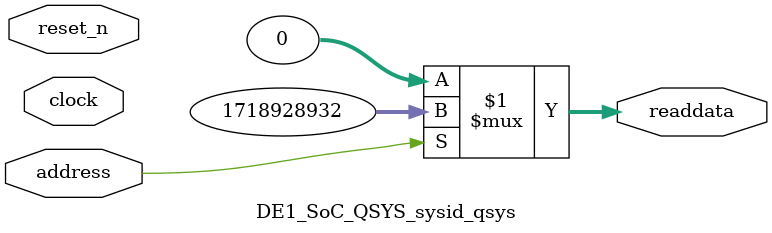
<source format=v>



// synthesis translate_off
`timescale 1ns / 1ps
// synthesis translate_on

// turn off superfluous verilog processor warnings 
// altera message_level Level1 
// altera message_off 10034 10035 10036 10037 10230 10240 10030 

module DE1_SoC_QSYS_sysid_qsys (
               // inputs:
                address,
                clock,
                reset_n,

               // outputs:
                readdata
             )
;

  output  [ 31: 0] readdata;
  input            address;
  input            clock;
  input            reset_n;

  wire    [ 31: 0] readdata;
  //control_slave, which is an e_avalon_slave
  assign readdata = address ? 1718928932 : 0;

endmodule



</source>
